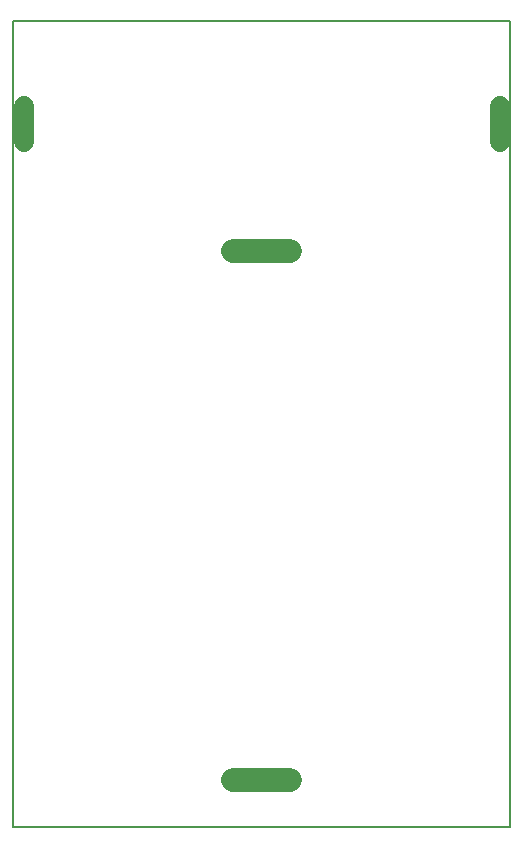
<source format=gm1>
G04 #@! TF.FileFunction,Profile,NP*
%FSLAX46Y46*%
G04 Gerber Fmt 4.6, Leading zero omitted, Abs format (unit mm)*
G04 Created by KiCad (PCBNEW 4.0.7) date 06/07/18 20:36:00*
%MOMM*%
%LPD*%
G01*
G04 APERTURE LIST*
%ADD10C,0.100000*%
%ADD11C,1.700000*%
%ADD12C,0.150000*%
%ADD13C,2.000000*%
G04 APERTURE END LIST*
D10*
D11*
X130345000Y-73671000D02*
X130345000Y-76671000D01*
D12*
X129476500Y-134683500D02*
X129476500Y-66421000D01*
X171513500Y-66421000D02*
X171513500Y-134683500D01*
X171513500Y-134683500D02*
X129476500Y-134683500D01*
D11*
X170645000Y-73671000D02*
X170645000Y-76671000D01*
D12*
X171513500Y-66421000D02*
X129476500Y-66421000D01*
D13*
X148095000Y-130731000D02*
X152895000Y-130731000D01*
X148095000Y-85931000D02*
X152895000Y-85931000D01*
M02*

</source>
